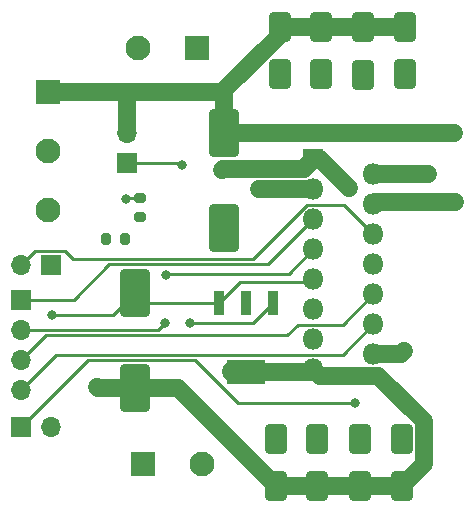
<source format=gbr>
%TF.GenerationSoftware,KiCad,Pcbnew,7.0.7*%
%TF.CreationDate,2024-07-20T22:06:26+09:00*%
%TF.ProjectId,l298n_copy,6c323938-6e5f-4636-9f70-792e6b696361,rev?*%
%TF.SameCoordinates,Original*%
%TF.FileFunction,Copper,L1,Top*%
%TF.FilePolarity,Positive*%
%FSLAX46Y46*%
G04 Gerber Fmt 4.6, Leading zero omitted, Abs format (unit mm)*
G04 Created by KiCad (PCBNEW 7.0.7) date 2024-07-20 22:06:26*
%MOMM*%
%LPD*%
G01*
G04 APERTURE LIST*
G04 Aperture macros list*
%AMRoundRect*
0 Rectangle with rounded corners*
0 $1 Rounding radius*
0 $2 $3 $4 $5 $6 $7 $8 $9 X,Y pos of 4 corners*
0 Add a 4 corners polygon primitive as box body*
4,1,4,$2,$3,$4,$5,$6,$7,$8,$9,$2,$3,0*
0 Add four circle primitives for the rounded corners*
1,1,$1+$1,$2,$3*
1,1,$1+$1,$4,$5*
1,1,$1+$1,$6,$7*
1,1,$1+$1,$8,$9*
0 Add four rect primitives between the rounded corners*
20,1,$1+$1,$2,$3,$4,$5,0*
20,1,$1+$1,$4,$5,$6,$7,0*
20,1,$1+$1,$6,$7,$8,$9,0*
20,1,$1+$1,$8,$9,$2,$3,0*%
G04 Aperture macros list end*
%TA.AperFunction,ComponentPad*%
%ADD10R,2.100000X2.100000*%
%TD*%
%TA.AperFunction,ComponentPad*%
%ADD11C,2.100000*%
%TD*%
%TA.AperFunction,SMDPad,CuDef*%
%ADD12RoundRect,0.250000X-0.650000X1.000000X-0.650000X-1.000000X0.650000X-1.000000X0.650000X1.000000X0*%
%TD*%
%TA.AperFunction,SMDPad,CuDef*%
%ADD13RoundRect,0.250000X-1.000000X1.750000X-1.000000X-1.750000X1.000000X-1.750000X1.000000X1.750000X0*%
%TD*%
%TA.AperFunction,ComponentPad*%
%ADD14O,1.700000X1.700000*%
%TD*%
%TA.AperFunction,ComponentPad*%
%ADD15R,1.700000X1.700000*%
%TD*%
%TA.AperFunction,SMDPad,CuDef*%
%ADD16RoundRect,0.200000X-0.200000X-0.275000X0.200000X-0.275000X0.200000X0.275000X-0.200000X0.275000X0*%
%TD*%
%TA.AperFunction,SMDPad,CuDef*%
%ADD17RoundRect,0.200000X0.275000X-0.200000X0.275000X0.200000X-0.275000X0.200000X-0.275000X-0.200000X0*%
%TD*%
%TA.AperFunction,SMDPad,CuDef*%
%ADD18R,0.950000X2.150000*%
%TD*%
%TA.AperFunction,SMDPad,CuDef*%
%ADD19R,3.250000X2.150000*%
%TD*%
%TA.AperFunction,ComponentPad*%
%ADD20R,1.800000X1.800000*%
%TD*%
%TA.AperFunction,ComponentPad*%
%ADD21O,1.800000X1.800000*%
%TD*%
%TA.AperFunction,ViaPad*%
%ADD22C,0.800000*%
%TD*%
%TA.AperFunction,Conductor*%
%ADD23C,1.500000*%
%TD*%
%TA.AperFunction,Conductor*%
%ADD24C,0.250000*%
%TD*%
G04 APERTURE END LIST*
D10*
%TO.P,J2,1,1*%
%TO.N,Net-(D3-A)*%
X82930000Y-109560000D03*
D11*
%TO.P,J2,2,2*%
%TO.N,Net-(D4-A)*%
X87930000Y-109560000D03*
%TD*%
D12*
%TO.P,D4,1,K*%
%TO.N,VCC*%
X105120000Y-72510000D03*
%TO.P,D4,2,A*%
%TO.N,Net-(D4-A)*%
X105120000Y-76510000D03*
%TD*%
%TO.P,D2,1,K*%
%TO.N,VCC*%
X98060000Y-72530000D03*
%TO.P,D2,2,A*%
%TO.N,Net-(D2-A)*%
X98060000Y-76530000D03*
%TD*%
D13*
%TO.P,C2,1*%
%TO.N,VCC*%
X89860000Y-81537500D03*
%TO.P,C2,2*%
%TO.N,GND*%
X89860000Y-89537500D03*
%TD*%
D14*
%TO.P,J6,2,Pin_2*%
%TO.N,Net-(J6-Pin_2)*%
X72660000Y-92670000D03*
D15*
%TO.P,J6,1,Pin_1*%
%TO.N,+5V*%
X75200000Y-92670000D03*
%TD*%
%TO.P,J4,1,Pin_1*%
%TO.N,Net-(J4-Pin_1)*%
X81640000Y-84035000D03*
D14*
%TO.P,J4,2,Pin_2*%
%TO.N,VCC*%
X81640000Y-81495000D03*
%TD*%
D10*
%TO.P,J1,1,1*%
%TO.N,Net-(D1-A)*%
X87560000Y-74327500D03*
D11*
%TO.P,J1,2,2*%
%TO.N,Net-(D2-A)*%
X82560000Y-74327500D03*
%TD*%
D12*
%TO.P,D1,1,K*%
%TO.N,VCC*%
X101580000Y-72550000D03*
%TO.P,D1,2,A*%
%TO.N,Net-(D1-A)*%
X101580000Y-76550000D03*
%TD*%
D15*
%TO.P,J7,1,Pin_1*%
%TO.N,Net-(J7-Pin_1)*%
X72660000Y-95610000D03*
D14*
%TO.P,J7,2,Pin_2*%
%TO.N,Net-(J7-Pin_2)*%
X72660000Y-98150000D03*
%TO.P,J7,3,Pin_3*%
%TO.N,Net-(J7-Pin_3)*%
X72660000Y-100690000D03*
%TO.P,J7,4,Pin_4*%
%TO.N,Net-(J7-Pin_4)*%
X72660000Y-103230000D03*
%TD*%
D16*
%TO.P,D9,1,K*%
%TO.N,GND*%
X79795000Y-90480000D03*
%TO.P,D9,2,A*%
%TO.N,Net-(D9-A)*%
X81445000Y-90480000D03*
%TD*%
D17*
%TO.P,R1,1*%
%TO.N,+5V*%
X82700000Y-88645000D03*
%TO.P,R1,2*%
%TO.N,Net-(D9-A)*%
X82700000Y-86995000D03*
%TD*%
D12*
%TO.P,D3,1,K*%
%TO.N,VCC*%
X94520000Y-72520000D03*
%TO.P,D3,2,A*%
%TO.N,Net-(D3-A)*%
X94520000Y-76520000D03*
%TD*%
%TO.P,D7,1,K*%
%TO.N,Net-(D3-A)*%
X97720000Y-107390000D03*
%TO.P,D7,2,A*%
%TO.N,GND*%
X97720000Y-111390000D03*
%TD*%
D13*
%TO.P,C1,1*%
%TO.N,+5V*%
X82260000Y-95067500D03*
%TO.P,C1,2*%
%TO.N,GND*%
X82260000Y-103067500D03*
%TD*%
D15*
%TO.P,J5,1,Pin_1*%
%TO.N,Net-(J5-Pin_1)*%
X72660000Y-106410000D03*
D14*
%TO.P,J5,2,Pin_2*%
%TO.N,+5V*%
X75200000Y-106410000D03*
%TD*%
D18*
%TO.P,U2,1,INPUT*%
%TO.N,Net-(J4-Pin_1)*%
X93975000Y-95900000D03*
%TO.P,U2,2,COMMON*%
%TO.N,GND*%
X91675000Y-95900000D03*
%TO.P,U2,3,OUTPUT*%
%TO.N,+5V*%
X89375000Y-95900000D03*
D19*
%TO.P,U2,4,COMMON*%
%TO.N,GND*%
X91675000Y-101700000D03*
%TD*%
D12*
%TO.P,D6,1,K*%
%TO.N,Net-(D2-A)*%
X94200000Y-107382500D03*
%TO.P,D6,2,A*%
%TO.N,GND*%
X94200000Y-111382500D03*
%TD*%
D10*
%TO.P,J3,1,1*%
%TO.N,VCC*%
X74920000Y-78040000D03*
D11*
%TO.P,J3,2,2*%
%TO.N,GND*%
X74920000Y-83040000D03*
%TO.P,J3,3,3*%
%TO.N,+5V*%
X74920000Y-88040000D03*
%TD*%
D12*
%TO.P,D5,1,K*%
%TO.N,Net-(D1-A)*%
X104850000Y-107380000D03*
%TO.P,D5,2,A*%
%TO.N,GND*%
X104850000Y-111380000D03*
%TD*%
%TO.P,D8,1,K*%
%TO.N,Net-(D4-A)*%
X101300000Y-107382500D03*
%TO.P,D8,2,A*%
%TO.N,GND*%
X101300000Y-111382500D03*
%TD*%
D20*
%TO.P,U1,1,SENSE_A*%
%TO.N,GND*%
X97390000Y-83710000D03*
D21*
%TO.P,U1,2,OUT1*%
%TO.N,Net-(D1-A)*%
X102470000Y-84980000D03*
%TO.P,U1,3,OUT2*%
%TO.N,Net-(D2-A)*%
X97390000Y-86250000D03*
%TO.P,U1,4,Vs*%
%TO.N,VCC*%
X102470000Y-87520000D03*
%TO.P,U1,5,IN1*%
%TO.N,Net-(J7-Pin_1)*%
X97390000Y-88790000D03*
%TO.P,U1,6,EnA*%
%TO.N,Net-(J6-Pin_2)*%
X102470000Y-90060000D03*
%TO.P,U1,7,IN2*%
%TO.N,Net-(J7-Pin_2)*%
X97390000Y-91330000D03*
%TO.P,U1,8,GND*%
%TO.N,GND*%
X102470000Y-92600000D03*
%TO.P,U1,9,Vss*%
%TO.N,+5V*%
X97390000Y-93870000D03*
%TO.P,U1,10,IN3*%
%TO.N,Net-(J7-Pin_3)*%
X102470000Y-95140000D03*
%TO.P,U1,11,EnB*%
%TO.N,Net-(J5-Pin_1)*%
X97390000Y-96410000D03*
%TO.P,U1,12,IN4*%
%TO.N,Net-(J7-Pin_4)*%
X102470000Y-97680000D03*
%TO.P,U1,13,OUT3*%
%TO.N,Net-(D3-A)*%
X97390000Y-98950000D03*
%TO.P,U1,14,OUT4*%
%TO.N,Net-(D4-A)*%
X102470000Y-100220000D03*
%TO.P,U1,15,SENSE_B*%
%TO.N,GND*%
X97390000Y-101490000D03*
%TD*%
D22*
%TO.N,VCC*%
X109340000Y-87330000D03*
X109300000Y-81520000D03*
%TO.N,Net-(J7-Pin_2)*%
X84860000Y-97560000D03*
X84910000Y-93550000D03*
%TO.N,+5V*%
X82700000Y-88645000D03*
X82260000Y-95067500D03*
%TO.N,GND*%
X79100000Y-103020000D03*
X100400000Y-86180000D03*
X89640000Y-84610000D03*
X89860000Y-89537500D03*
X91675000Y-95900000D03*
X90430000Y-101680000D03*
%TO.N,+5V*%
X75290000Y-96920000D03*
%TO.N,GND*%
X79795000Y-90480000D03*
%TO.N,Net-(D9-A)*%
X81540000Y-87080000D03*
X81445000Y-90480000D03*
%TO.N,Net-(J4-Pin_1)*%
X86910000Y-97630000D03*
X86250000Y-84170000D03*
%TO.N,Net-(J5-Pin_1)*%
X100940000Y-104350000D03*
%TO.N,Net-(D2-A)*%
X94200000Y-107382500D03*
X92790000Y-86270000D03*
%TO.N,Net-(D3-A)*%
X97720000Y-107390000D03*
X94520000Y-76520020D03*
%TO.N,Net-(D2-A)*%
X98060000Y-76530000D03*
%TO.N,Net-(D1-A)*%
X107090000Y-84990000D03*
X104850000Y-107380000D03*
X101520000Y-76520000D03*
%TO.N,Net-(D4-A)*%
X101300000Y-107382500D03*
X105060000Y-76480000D03*
X105060003Y-99929997D03*
%TD*%
D23*
%TO.N,VCC*%
X102660000Y-87330000D02*
X102470000Y-87520000D01*
X109340000Y-87330000D02*
X102660000Y-87330000D01*
X109282500Y-81537500D02*
X109300000Y-81520000D01*
X89860000Y-81537500D02*
X109282500Y-81537500D01*
X81640000Y-78170000D02*
X81510000Y-78040000D01*
X81640000Y-81495000D02*
X81640000Y-78170000D01*
X81510000Y-78040000D02*
X89590000Y-78040000D01*
X74920000Y-78040000D02*
X81510000Y-78040000D01*
X89860000Y-78310000D02*
X89620000Y-78070000D01*
X89860000Y-81537500D02*
X89860000Y-78310000D01*
X94520000Y-73170000D02*
X94520000Y-72520000D01*
X89590000Y-78040000D02*
X89620000Y-78070000D01*
X89620000Y-78070000D02*
X94520000Y-73170000D01*
D24*
%TO.N,+5V*%
X97160000Y-94100000D02*
X97390000Y-93870000D01*
X91175000Y-94100000D02*
X97160000Y-94100000D01*
X89375000Y-95900000D02*
X91175000Y-94100000D01*
%TO.N,Net-(J7-Pin_2)*%
X95300000Y-93420000D02*
X97390000Y-91330000D01*
X85040000Y-93420000D02*
X95300000Y-93420000D01*
X84910000Y-93550000D02*
X85040000Y-93420000D01*
%TO.N,+5V*%
X83092500Y-95900000D02*
X89375000Y-95900000D01*
X82260000Y-95067500D02*
X83092500Y-95900000D01*
%TO.N,Net-(J7-Pin_2)*%
X84270000Y-98150000D02*
X84860000Y-97560000D01*
X72660000Y-98150000D02*
X84270000Y-98150000D01*
D23*
%TO.N,GND*%
X79147500Y-103067500D02*
X79100000Y-103020000D01*
X82260000Y-103067500D02*
X79147500Y-103067500D01*
X97930000Y-83710000D02*
X100400000Y-86180000D01*
X97390000Y-83710000D02*
X97930000Y-83710000D01*
X89640000Y-84610000D02*
X89700000Y-84550000D01*
X96550000Y-84550000D02*
X97390000Y-83710000D01*
X89700000Y-84550000D02*
X96550000Y-84550000D01*
X90450000Y-101700000D02*
X90430000Y-101680000D01*
X91675000Y-101700000D02*
X90450000Y-101700000D01*
X85885000Y-103067500D02*
X82260000Y-103067500D01*
X94200000Y-111382500D02*
X85885000Y-103067500D01*
X106710000Y-105892944D02*
X106710000Y-109520000D01*
X102887056Y-102070000D02*
X106710000Y-105892944D01*
X97970000Y-102070000D02*
X102887056Y-102070000D01*
X97390000Y-101490000D02*
X97970000Y-102070000D01*
X106710000Y-109520000D02*
X104850000Y-111380000D01*
X97180000Y-101700000D02*
X97390000Y-101490000D01*
X91675000Y-101700000D02*
X97180000Y-101700000D01*
D24*
%TO.N,+5V*%
X80407500Y-96920000D02*
X82260000Y-95067500D01*
X75290000Y-96920000D02*
X80407500Y-96920000D01*
%TO.N,Net-(D9-A)*%
X81625000Y-86995000D02*
X81540000Y-87080000D01*
X82700000Y-86995000D02*
X81625000Y-86995000D01*
%TO.N,Net-(J4-Pin_1)*%
X92245000Y-97630000D02*
X93975000Y-95900000D01*
X86115000Y-84035000D02*
X86250000Y-84170000D01*
X86910000Y-97630000D02*
X92245000Y-97630000D01*
X81640000Y-84035000D02*
X86115000Y-84035000D01*
%TO.N,Net-(J5-Pin_1)*%
X90975000Y-104350000D02*
X100940000Y-104350000D01*
X78327500Y-100742500D02*
X87367500Y-100742500D01*
X87367500Y-100742500D02*
X90975000Y-104350000D01*
X72660000Y-106410000D02*
X78327500Y-100742500D01*
%TO.N,Net-(J6-Pin_2)*%
X99975000Y-87565000D02*
X102470000Y-90060000D01*
X96882588Y-87565000D02*
X99975000Y-87565000D01*
X92287588Y-92160000D02*
X96882588Y-87565000D01*
X73835000Y-91495000D02*
X76375000Y-91495000D01*
X76375000Y-91495000D02*
X77040000Y-92160000D01*
X77040000Y-92160000D02*
X92287588Y-92160000D01*
X72660000Y-92670000D02*
X73835000Y-91495000D01*
%TO.N,Net-(J7-Pin_1)*%
X93550000Y-92630000D02*
X97390000Y-88790000D01*
X80110000Y-92630000D02*
X93550000Y-92630000D01*
X77130000Y-95610000D02*
X80110000Y-92630000D01*
X72660000Y-95610000D02*
X77130000Y-95610000D01*
%TO.N,Net-(J7-Pin_3)*%
X99885000Y-97725000D02*
X102470000Y-95140000D01*
X96065000Y-97725000D02*
X99885000Y-97725000D01*
X95190000Y-98600000D02*
X96065000Y-97725000D01*
X74750000Y-98600000D02*
X95190000Y-98600000D01*
X72660000Y-100690000D02*
X74750000Y-98600000D01*
%TO.N,Net-(J7-Pin_4)*%
X99885000Y-100265000D02*
X102470000Y-97680000D01*
X75625000Y-100265000D02*
X99885000Y-100265000D01*
X72660000Y-103230000D02*
X75625000Y-100265000D01*
D23*
%TO.N,Net-(D2-A)*%
X92810000Y-86250000D02*
X92790000Y-86270000D01*
X97390000Y-86250000D02*
X92810000Y-86250000D01*
%TO.N,Net-(D1-A)*%
X107080000Y-84980000D02*
X107090000Y-84990000D01*
X102470000Y-84980000D02*
X107080000Y-84980000D01*
%TO.N,Net-(D4-A)*%
X104770000Y-100220000D02*
X105060003Y-99929997D01*
X102470000Y-100220000D02*
X104770000Y-100220000D01*
%TO.N,VCC*%
X105020000Y-72520000D02*
X105060000Y-72480000D01*
X94520000Y-72520000D02*
X105020000Y-72520000D01*
%TO.N,GND*%
X104847500Y-111382500D02*
X104850000Y-111380000D01*
X94200000Y-111382500D02*
X104847500Y-111382500D01*
%TD*%
M02*

</source>
